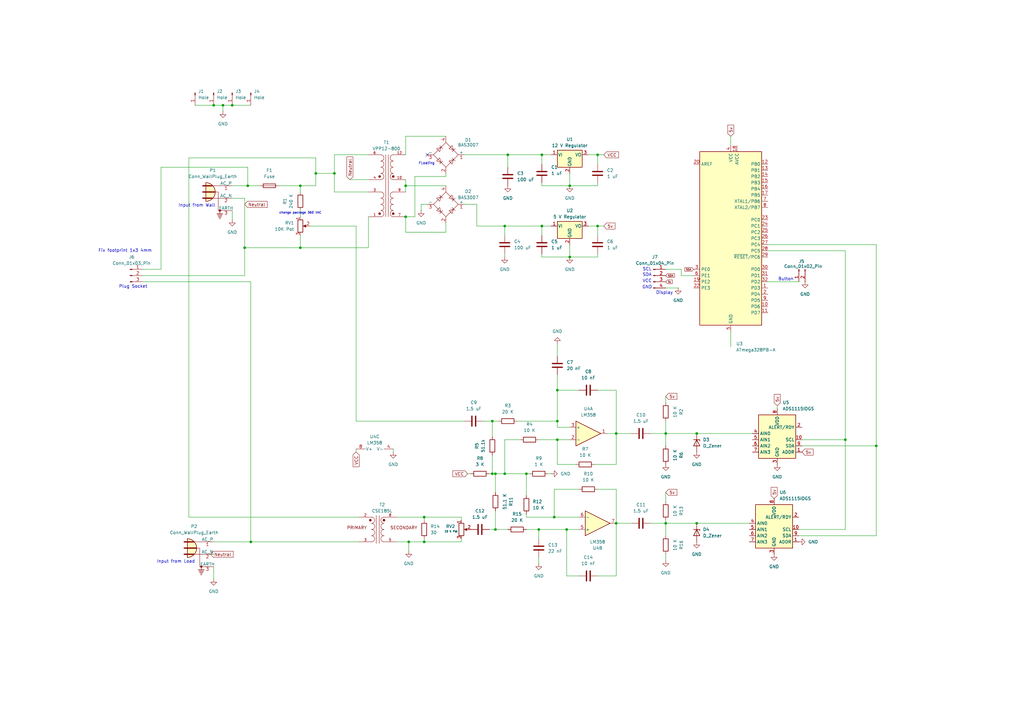
<source format=kicad_sch>
(kicad_sch (version 20231120) (generator "eeschema") (generator_version "8.0")
  (paper "A3")
  (lib_symbols
    (symbol "Amplifier_Operational:LM358" (pin_names (offset 0.127))
      (property "Reference" "U" (at 0 5.08 0))
      (property "Value" "LM358" (at 0 -5.08 0))
      (symbol "LM358_1_1"
        (pin output line (at 7.62 0 180) (length 2.54) (name "~") (number "1"))
        (pin input line (at -7.62 -2.54 0) (length 2.54) (name "-") (number "2"))
        (pin input line (at -7.62 2.54 0) (length 2.54) (name "+") (number "3"))
      )
      (symbol "LM358_2_1"
        (pin input line (at -7.62 2.54 0) (length 2.54) (name "+") (number "5"))
        (pin input line (at -7.62 -2.54 0) (length 2.54) (name "-") (number "6"))
        (pin output line (at 7.62 0 180) (length 2.54) (name "~") (number "7"))
      )
      (symbol "LM358_3_1"
        (pin power_in line (at -2.54 -7.62 90) (length 3.81) (name "V-") (number "4"))
        (pin power_in line (at -2.54 7.62 270) (length 3.81) (name "V+") (number "8"))
      )
    )
    (symbol "Analog_ADC:ADS1115IDGS"
      (property "Reference" "U" (at 2.54 13.97 0))
      (property "Value" "ADS1115IDGS" (at 7.62 11.43 0))
      (symbol "ADS1115IDGS_1_1"
        (pin input line (at 10.16 -5.08 180) (length 2.54) (name "ADDR") (number "1"))
        (pin input line (at 10.16 0 180) (length 2.54) (name "SCL") (number "10"))
        (pin output line (at 10.16 5.08 180) (length 2.54) (name "ALERT/RDY") (number "2"))
        (pin power_in line (at 0 -10.16 90) (length 2.54) (name "GND") (number "3"))
        (pin input line (at -10.16 2.54 0) (length 2.54) (name "AIN0") (number "4"))
        (pin input line (at -10.16 0 0) (length 2.54) (name "AIN1") (number "5"))
        (pin input line (at -10.16 -2.54 0) (length 2.54) (name "AIN2") (number "6"))
        (pin input line (at -10.16 -5.08 0) (length 2.54) (name "AIN3") (number "7"))
        (pin power_in line (at 0 12.7 270) (length 2.54) (name "VDD") (number "8"))
        (pin bidirectional line (at 10.16 -2.54 180) (length 2.54) (name "SDA") (number "9"))
      )
    )
    (symbol "CSE185L:CSE185L" (pin_names (offset 1.016))
      (property "Reference" "T" (at -5.0839 7.6279 0))
      (property "Value" "CSE185L" (at -5.0814 -7.6227 0))
      (symbol "CSE185L_0_0"
        (text "PRIMARY" (at -12.7 0 0) (effects (font (size 1.27 1.27)) (justify left bottom)))
        (text "SECONDARY" (at 5.08 0 0) (effects (font (size 1.27 1.27)) (justify left bottom)))
        (pin passive line (at -7.62 5.08 0) (length 5.08) (name "~") (number "2"))
        (pin passive line (at -7.62 -5.08 0) (length 5.08) (name "~") (number "3"))
        (pin passive line (at 7.62 -5.08 180) (length 5.08) (name "~") (number "5"))
        (pin passive line (at 7.62 5.08 180) (length 5.08) (name "~") (number "8"))
      )
    )
    (symbol "Connector:Conn_01x01_Pin" (pin_names (offset 1.016) hide)
      (property "Reference" "J" (at 0 2.54 0))
      (property "Value" "Conn_01x01_Pin" (at 0 -2.54 0))
      (symbol "Conn_01x01_Pin_1_1"
        (pin passive line (at 5.08 0 180) (length 3.81) (name "Pin_1") (number "1"))
      )
    )
    (symbol "Connector:Conn_01x02_Pin" (pin_names (offset 1.016) hide)
      (property "Reference" "J" (at 0 2.54 0))
      (property "Value" "Conn_01x02_Pin" (at 0 -5.08 0))
      (symbol "Conn_01x02_Pin_1_1"
        (pin passive line (at 5.08 0 180) (length 3.81) (name "Pin_1") (number "1"))
        (pin passive line (at 5.08 -2.54 180) (length 3.81) (name "Pin_2") (number "2"))
      )
    )
    (symbol "Connector:Conn_01x03_Pin" (pin_names (offset 1.016) hide)
      (property "Reference" "J" (at 0 5.08 0))
      (property "Value" "Conn_01x03_Pin" (at 0 -5.08 0))
      (symbol "Conn_01x03_Pin_1_1"
        (pin passive line (at 5.08 2.54 180) (length 3.81) (name "Pin_1") (number "1"))
        (pin passive line (at 5.08 0 180) (length 3.81) (name "Pin_2") (number "2"))
        (pin passive line (at 5.08 -2.54 180) (length 3.81) (name "Pin_3") (number "3"))
      )
    )
    (symbol "Connector:Conn_01x04_Pin" (pin_names (offset 1.016) hide)
      (property "Reference" "J" (at 0 5.08 0))
      (property "Value" "Conn_01x04_Pin" (at 0 -7.62 0))
      (symbol "Conn_01x04_Pin_1_1"
        (pin passive line (at 5.08 2.54 180) (length 3.81) (name "Pin_1") (number "1"))
        (pin passive line (at 5.08 0 180) (length 3.81) (name "Pin_2") (number "2"))
        (pin passive line (at 5.08 -2.54 180) (length 3.81) (name "Pin_3") (number "3"))
        (pin passive line (at 5.08 -5.08 180) (length 3.81) (name "Pin_4") (number "4"))
      )
    )
    (symbol "Connector:Conn_WallPlug_Earth" (pin_names (offset 0))
      (property "Reference" "P" (at 0 3.81 0))
      (property "Value" "Conn_WallPlug_Earth" (at -5.08 0 90))
      (symbol "Conn_WallPlug_Earth_1_1"
        (pin power_out line (at 7.62 2.54 180) (length 5.08) (name "AC_P") (number "1"))
        (pin power_out line (at 7.62 -2.54 180) (length 5.08) (name "AC_N") (number "2"))
        (pin passive line (at 7.62 -7.62 180) (length 5.08) (name "EARTH") (number "3"))
      )
    )
    (symbol "Device:C" (pin_numbers hide) (pin_names (offset 0.254))
      (property "Reference" "C" (at 0.635 2.54 0))
      (property "Value" "C" (at 0.635 -2.54 0))
      (symbol "C_1_1"
        (pin passive line (at 0 3.81 270) (length 2.794) (name "~") (number "1"))
        (pin passive line (at 0 -3.81 90) (length 2.794) (name "~") (number "2"))
      )
    )
    (symbol "Device:D_Zener" (pin_numbers hide) (pin_names (offset 1.016) hide)
      (property "Reference" "D" (at 0 2.54 0))
      (property "Value" "D_Zener" (at 0 -2.54 0))
      (symbol "D_Zener_1_1"
        (pin passive line (at -3.81 0 0) (length 2.54) (name "K") (number "1"))
        (pin passive line (at 3.81 0 180) (length 2.54) (name "A") (number "2"))
      )
    )
    (symbol "Device:Fuse" (pin_numbers hide) (pin_names (offset 0))
      (property "Reference" "F" (at 2.032 0 90))
      (property "Value" "Fuse" (at -1.905 0 90))
      (symbol "Fuse_1_1"
        (pin passive line (at 0 3.81 270) (length 1.27) (name "~") (number "1"))
        (pin passive line (at 0 -3.81 90) (length 1.27) (name "~") (number "2"))
      )
    )
    (symbol "Device:R" (pin_numbers hide) (pin_names (offset 0))
      (property "Reference" "R" (at 2.032 0 90))
      (property "Value" "R" (at 0 0 90))
      (symbol "R_1_1"
        (pin passive line (at 0 3.81 270) (length 1.27) (name "~") (number "1"))
        (pin passive line (at 0 -3.81 90) (length 1.27) (name "~") (number "2"))
      )
    )
    (symbol "Device:R_Potentiometer" (pin_names (offset 1.016) hide)
      (property "Reference" "RV" (at -4.445 0 90))
      (property "Value" "R_Potentiometer" (at -2.54 0 90))
      (symbol "R_Potentiometer_1_1"
        (pin passive line (at 0 3.81 270) (length 1.27) (name "1") (number "1"))
        (pin passive line (at 3.81 0 180) (length 1.27) (name "2") (number "2"))
        (pin passive line (at 0 -3.81 90) (length 1.27) (name "3") (number "3"))
      )
    )
    (symbol "Diode_Bridge:W04G" (pin_names (offset 0))
      (property "Reference" "D" (at 2.54 6.985 0))
      (property "Value" "W04G" (at 2.54 5.08 0))
      (symbol "W04G_1_1"
        (pin passive line (at 7.62 0 180) (length 2.54) (name "+") (number "1"))
        (pin passive line (at 0 -7.62 90) (length 2.54) (name "~") (number "2"))
        (pin passive line (at -7.62 0 0) (length 2.54) (name "-") (number "3"))
        (pin passive line (at 0 7.62 270) (length 2.54) (name "~") (number "4"))
      )
    )
    (symbol "MCU_Microchip_ATmega:ATmega328PB-A"
      (property "Reference" "U" (at -12.7 36.83 0))
      (property "Value" "ATmega328PB-A" (at 2.54 -36.83 0))
      (symbol "ATmega328PB-A_1_1"
        (pin bidirectional line (at 15.24 -20.32 180) (length 2.54) (name "PD3") (number "1"))
        (pin bidirectional line (at 15.24 -27.94 180) (length 2.54) (name "PD6") (number "10"))
        (pin bidirectional line (at 15.24 -30.48 180) (length 2.54) (name "PD7") (number "11"))
        (pin bidirectional line (at 15.24 30.48 180) (length 2.54) (name "PB0") (number "12"))
        (pin bidirectional line (at 15.24 27.94 180) (length 2.54) (name "PB1") (number "13"))
        (pin bidirectional line (at 15.24 25.4 180) (length 2.54) (name "PB2") (number "14"))
        (pin bidirectional line (at 15.24 22.86 180) (length 2.54) (name "PB3") (number "15"))
        (pin bidirectional line (at 15.24 20.32 180) (length 2.54) (name "PB4") (number "16"))
        (pin bidirectional line (at 15.24 17.78 180) (length 2.54) (name "PB5") (number "17"))
        (pin power_in line (at 2.54 38.1 270) (length 2.54) (name "AVCC") (number "18"))
        (pin bidirectional line (at -15.24 -17.78 0) (length 2.54) (name "PE2") (number "19"))
        (pin bidirectional line (at 15.24 -22.86 180) (length 2.54) (name "PD4") (number "2"))
        (pin passive line (at -15.24 30.48 0) (length 2.54) (name "AREF") (number "20"))
        (pin passive line (at 0 -38.1 90) (length 2.54) hide (name "GND") (number "21"))
        (pin bidirectional line (at -15.24 -20.32 0) (length 2.54) (name "PE3") (number "22"))
        (pin bidirectional line (at 15.24 7.62 180) (length 2.54) (name "PC0") (number "23"))
        (pin bidirectional line (at 15.24 5.08 180) (length 2.54) (name "PC1") (number "24"))
        (pin bidirectional line (at 15.24 2.54 180) (length 2.54) (name "PC2") (number "25"))
        (pin bidirectional line (at 15.24 0 180) (length 2.54) (name "PC3") (number "26"))
        (pin bidirectional line (at 15.24 -2.54 180) (length 2.54) (name "PC4") (number "27"))
        (pin bidirectional line (at 15.24 -5.08 180) (length 2.54) (name "PC5") (number "28"))
        (pin bidirectional line (at 15.24 -7.62 180) (length 2.54) (name "~{RESET}/PC6") (number "29"))
        (pin bidirectional line (at -15.24 -12.7 0) (length 2.54) (name "PE0") (number "3"))
        (pin bidirectional line (at 15.24 -12.7 180) (length 2.54) (name "PD0") (number "30"))
        (pin bidirectional line (at 15.24 -15.24 180) (length 2.54) (name "PD1") (number "31"))
        (pin bidirectional line (at 15.24 -17.78 180) (length 2.54) (name "PD2") (number "32"))
        (pin power_in line (at 0 38.1 270) (length 2.54) (name "VCC") (number "4"))
        (pin power_in line (at 0 -38.1 90) (length 2.54) (name "GND") (number "5"))
        (pin bidirectional line (at -15.24 -15.24 0) (length 2.54) (name "PE1") (number "6"))
        (pin bidirectional line (at 15.24 15.24 180) (length 2.54) (name "XTAL1/PB6") (number "7"))
        (pin bidirectional line (at 15.24 12.7 180) (length 2.54) (name "XTAL2/PB7") (number "8"))
        (pin bidirectional line (at 15.24 -25.4 180) (length 2.54) (name "PD5") (number "9"))
      )
    )
    (symbol "Regulator_Linear:LF15_TO220" (pin_names (offset 0.254))
      (property "Reference" "U" (at -3.81 3.175 0))
      (property "Value" "LF15_TO220" (at 0 3.175 0))
      (symbol "LF15_TO220_1_1"
        (pin power_in line (at -7.62 0 0) (length 2.54) (name "VI") (number "1"))
        (pin power_in line (at 0 -7.62 90) (length 2.54) (name "GND") (number "2"))
        (pin power_out line (at 7.62 0 180) (length 2.54) (name "VO") (number "3"))
      )
    )
    (symbol "VPP12-800:VPP12-800" (pin_names (offset 1.016))
      (property "Reference" "T" (at -5.0839 15.2479 0))
      (property "Value" "VPP12-800" (at -5.0814 -17.7827 0))
      (symbol "VPP12-800_0_0"
        (pin passive line (at -7.62 -12.7 0) (length 5.08) (name "~") (number "1"))
        (pin passive line (at 7.62 2.54 180) (length 5.08) (name "~") (number "10"))
        (pin passive line (at 7.62 12.7 180) (length 5.08) (name "~") (number "12"))
        (pin passive line (at -7.62 -2.54 0) (length 5.08) (name "~") (number "3"))
        (pin passive line (at -7.62 2.54 0) (length 5.08) (name "~") (number "4"))
        (pin passive line (at -7.62 12.7 0) (length 5.08) (name "~") (number "6"))
        (pin passive line (at 7.62 -12.7 180) (length 5.08) (name "~") (number "7"))
        (pin passive line (at 7.62 -2.54 180) (length 5.08) (name "~") (number "9"))
      )
    )
    (symbol "power:GND" (power) (pin_numbers hide) (pin_names (offset 0) hide)
      (property "Value" "GND" (at 0 -3.81 0))
      (symbol "GND_1_1"
        (pin power_in line (at 0 0 270) (length 0) (name "~") (number "1"))
      )
    )
  )
  (junction (at 201.93 194.31))
  (junction (at 201.93 172.72))
  (junction (at 100.33 101.6))
  (junction (at 208.28 63.5))
  (junction (at 123.19 101.6))
  (junction (at 222.25 63.5))
  (junction (at 137.16 71.12))
  (junction (at 220.98 217.17))
  (junction (at 228.6 180.34))
  (junction (at 359.41 182.88))
  (junction (at 102.87 222.25))
  (junction (at 129.54 71.12))
  (junction (at 273.05 214.63))
  (junction (at 207.01 194.31))
  (junction (at 273.05 177.8))
  (junction (at 166.37 88.9))
  (junction (at 101.6 76.2))
  (junction (at 228.6 172.72))
  (junction (at 173.99 212.09))
  (junction (at 87.63 43.18))
  (junction (at 252.73 177.8))
  (junction (at 123.19 76.2))
  (junction (at 245.11 63.5))
  (junction (at 203.2 217.17))
  (junction (at 207.01 92.71))
  (junction (at 285.75 177.8))
  (junction (at 167.64 222.25))
  (junction (at 203.2 194.31))
  (junction (at 232.41 217.17))
  (junction (at 233.68 105.41))
  (junction (at 285.75 214.63))
  (junction (at 227.33 212.09))
  (junction (at 166.37 76.2))
  (junction (at 245.11 92.71))
  (junction (at 95.25 43.18))
  (junction (at 228.6 160.02))
  (junction (at 215.9 194.31))
  (junction (at 233.68 76.2))
  (junction (at 252.73 214.63))
  (junction (at 173.99 222.25))
  (junction (at 346.71 180.34))
  (junction (at 91.44 43.18))
  (junction (at 222.25 92.71))
  (no_connect (at 175.26 63.5))
  (wire (pts (xy 243.84 190.5) (xy 252.73 190.5)))
  (wire (pts (xy 299.72 55.88) (xy 299.72 59.69)))
  (wire (pts (xy 207.01 194.31) (xy 207.01 180.34)))
  (wire (pts (xy 166.37 63.5) (xy 166.37 55.88)))
  (wire (pts (xy 172.72 83.82) (xy 172.72 86.36)))
  (wire (pts (xy 102.87 115.57) (xy 58.42 115.57)))
  (wire (pts (xy 232.41 217.17) (xy 232.41 236.22)))
  (wire (pts (xy 129.54 76.2) (xy 129.54 71.12)))
  (wire (pts (xy 273.05 172.72) (xy 273.05 177.8)))
  (wire (pts (xy 359.41 100.33) (xy 359.41 182.88)))
  (wire (pts (xy 66.04 68.58) (xy 66.04 110.49)))
  (wire (pts (xy 143.51 73.66) (xy 151.13 73.66)))
  (wire (pts (xy 166.37 95.25) (xy 182.88 95.25)))
  (wire (pts (xy 346.71 180.34) (xy 328.93 180.34)))
  (wire (pts (xy 166.37 55.88) (xy 182.88 55.88)))
  (wire (pts (xy 201.93 172.72) (xy 204.47 172.72)))
  (wire (pts (xy 222.25 92.71) (xy 226.06 92.71)))
  (wire (pts (xy 189.23 220.98) (xy 189.23 222.25)))
  (wire (pts (xy 252.73 190.5) (xy 252.73 177.8)))
  (wire (pts (xy 173.99 212.09) (xy 189.23 212.09)))
  (wire (pts (xy 195.58 92.71) (xy 207.01 92.71)))
  (wire (pts (xy 222.25 63.5) (xy 226.06 63.5)))
  (wire (pts (xy 220.98 217.17) (xy 220.98 220.98)))
  (wire (pts (xy 201.93 194.31) (xy 203.2 194.31)))
  (wire (pts (xy 102.87 222.25) (xy 102.87 115.57)))
  (wire (pts (xy 346.71 102.87) (xy 314.96 102.87)))
  (wire (pts (xy 228.6 172.72) (xy 228.6 175.26)))
  (wire (pts (xy 127 92.71) (xy 146.05 92.71)))
  (wire (pts (xy 207.01 96.52) (xy 207.01 92.71)))
  (wire (pts (xy 273.05 177.8) (xy 285.75 177.8)))
  (wire (pts (xy 151.13 78.74) (xy 137.16 78.74)))
  (wire (pts (xy 190.5 83.82) (xy 195.58 83.82)))
  (wire (pts (xy 100.33 101.6) (xy 123.19 101.6)))
  (wire (pts (xy 175.26 83.82) (xy 172.72 83.82)))
  (wire (pts (xy 215.9 212.09) (xy 215.9 210.82)))
  (wire (pts (xy 58.42 110.49) (xy 66.04 110.49)))
  (wire (pts (xy 327.66 219.71) (xy 359.41 219.71)))
  (wire (pts (xy 123.19 76.2) (xy 129.54 76.2)))
  (wire (pts (xy 346.71 102.87) (xy 346.71 180.34)))
  (wire (pts (xy 200.66 194.31) (xy 201.93 194.31)))
  (wire (pts (xy 227.33 200.66) (xy 237.49 200.66)))
  (wire (pts (xy 200.66 217.17) (xy 203.2 217.17)))
  (wire (pts (xy 146.05 185.42) (xy 146.05 184.15)))
  (wire (pts (xy 273.05 177.8) (xy 273.05 182.88)))
  (wire (pts (xy 166.37 95.25) (xy 166.37 88.9)))
  (wire (pts (xy 273.05 227.33) (xy 273.05 229.87)))
  (wire (pts (xy 203.2 209.55) (xy 203.2 217.17)))
  (wire (pts (xy 95.25 76.2) (xy 101.6 76.2)))
  (wire (pts (xy 87.63 222.25) (xy 102.87 222.25)))
  (wire (pts (xy 252.73 214.63) (xy 259.08 214.63)))
  (wire (pts (xy 161.29 184.15) (xy 161.29 185.42)))
  (wire (pts (xy 222.25 63.5) (xy 222.25 67.31)))
  (wire (pts (xy 245.11 76.2) (xy 245.11 74.93)))
  (wire (pts (xy 101.6 76.2) (xy 101.6 68.58)))
  (wire (pts (xy 278.13 118.11) (xy 273.05 118.11)))
  (wire (pts (xy 166.37 73.66) (xy 166.37 76.2)))
  (wire (pts (xy 137.16 63.5) (xy 151.13 63.5)))
  (wire (pts (xy 245.11 105.41) (xy 245.11 104.14)))
  (wire (pts (xy 146.05 92.71) (xy 146.05 172.72)))
  (wire (pts (xy 273.05 110.49) (xy 279.4 110.49)))
  (wire (pts (xy 227.33 212.09) (xy 227.33 200.66)))
  (wire (pts (xy 215.9 212.09) (xy 227.33 212.09)))
  (wire (pts (xy 189.23 212.09) (xy 189.23 213.36)))
  (wire (pts (xy 123.19 76.2) (xy 123.19 78.74)))
  (wire (pts (xy 166.37 88.9) (xy 170.18 88.9)))
  (wire (pts (xy 273.05 213.36) (xy 273.05 214.63)))
  (wire (pts (xy 91.44 43.18) (xy 95.25 43.18)))
  (wire (pts (xy 266.7 177.8) (xy 273.05 177.8)))
  (wire (pts (xy 328.93 182.88) (xy 359.41 182.88)))
  (wire (pts (xy 314.96 115.57) (xy 327.66 115.57)))
  (wire (pts (xy 245.11 200.66) (xy 252.73 200.66)))
  (wire (pts (xy 247.65 92.71) (xy 245.11 92.71)))
  (wire (pts (xy 327.66 217.17) (xy 346.71 217.17)))
  (wire (pts (xy 228.6 153.67) (xy 228.6 160.02)))
  (wire (pts (xy 203.2 194.31) (xy 207.01 194.31)))
  (wire (pts (xy 232.41 236.22) (xy 237.49 236.22)))
  (wire (pts (xy 129.54 71.12) (xy 129.54 64.77)))
  (wire (pts (xy 233.68 105.41) (xy 245.11 105.41)))
  (wire (pts (xy 190.5 63.5) (xy 208.28 63.5)))
  (wire (pts (xy 273.05 214.63) (xy 285.75 214.63)))
  (wire (pts (xy 100.33 101.6) (xy 100.33 113.03)))
  (wire (pts (xy 203.2 194.31) (xy 203.2 201.93)))
  (wire (pts (xy 95.25 43.18) (xy 102.87 43.18)))
  (wire (pts (xy 222.25 74.93) (xy 222.25 76.2)))
  (wire (pts (xy 233.68 100.33) (xy 233.68 105.41)))
  (wire (pts (xy 123.19 101.6) (xy 151.13 101.6)))
  (wire (pts (xy 220.98 180.34) (xy 228.6 180.34)))
  (wire (pts (xy 228.6 180.34) (xy 233.68 180.34)))
  (wire (pts (xy 222.25 105.41) (xy 222.25 104.14)))
  (wire (pts (xy 232.41 217.17) (xy 237.49 217.17)))
  (wire (pts (xy 220.98 231.14) (xy 220.98 228.6)))
  (wire (pts (xy 80.01 43.18) (xy 87.63 43.18)))
  (wire (pts (xy 233.68 76.2) (xy 245.11 76.2)))
  (wire (pts (xy 170.18 72.39) (xy 182.88 72.39)))
  (wire (pts (xy 95.25 81.28) (xy 100.33 81.28)))
  (wire (pts (xy 273.05 201.93) (xy 273.05 205.74)))
  (wire (pts (xy 224.79 194.31) (xy 226.06 194.31)))
  (wire (pts (xy 245.11 92.71) (xy 241.3 92.71)))
  (wire (pts (xy 346.71 217.17) (xy 346.71 180.34)))
  (wire (pts (xy 217.17 194.31) (xy 215.9 194.31)))
  (wire (pts (xy 245.11 92.71) (xy 245.11 96.52)))
  (wire (pts (xy 203.2 217.17) (xy 208.28 217.17)))
  (wire (pts (xy 166.37 76.2) (xy 166.37 78.74)))
  (wire (pts (xy 87.63 43.18) (xy 91.44 43.18)))
  (wire (pts (xy 252.73 177.8) (xy 259.08 177.8)))
  (wire (pts (xy 222.25 92.71) (xy 222.25 96.52)))
  (wire (pts (xy 189.23 222.25) (xy 173.99 222.25)))
  (wire (pts (xy 101.6 76.2) (xy 106.68 76.2)))
  (wire (pts (xy 266.7 214.63) (xy 273.05 214.63)))
  (wire (pts (xy 123.19 86.36) (xy 123.19 88.9)))
  (wire (pts (xy 167.64 222.25) (xy 167.64 226.06)))
  (wire (pts (xy 215.9 217.17) (xy 220.98 217.17)))
  (wire (pts (xy 198.12 172.72) (xy 201.93 172.72)))
  (wire (pts (xy 273.05 214.63) (xy 273.05 219.71)))
  (wire (pts (xy 245.11 236.22) (xy 252.73 236.22)))
  (wire (pts (xy 102.87 222.25) (xy 147.32 222.25)))
  (wire (pts (xy 228.6 180.34) (xy 228.6 190.5)))
  (wire (pts (xy 114.3 76.2) (xy 123.19 76.2)))
  (wire (pts (xy 182.88 72.39) (xy 182.88 71.12)))
  (wire (pts (xy 245.11 67.31) (xy 245.11 63.5)))
  (wire (pts (xy 212.09 172.72) (xy 228.6 172.72)))
  (wire (pts (xy 228.6 160.02) (xy 237.49 160.02)))
  (wire (pts (xy 173.99 212.09) (xy 173.99 213.36)))
  (wire (pts (xy 100.33 81.28) (xy 100.33 101.6)))
  (wire (pts (xy 100.33 113.03) (xy 58.42 113.03)))
  (wire (pts (xy 123.19 96.52) (xy 123.19 101.6)))
  (wire (pts (xy 129.54 71.12) (xy 137.16 71.12)))
  (wire (pts (xy 182.88 95.25) (xy 182.88 91.44)))
  (wire (pts (xy 208.28 63.5) (xy 208.28 68.58)))
  (wire (pts (xy 162.56 212.09) (xy 173.99 212.09)))
  (wire (pts (xy 245.11 63.5) (xy 247.65 63.5)))
  (wire (pts (xy 207.01 92.71) (xy 222.25 92.71)))
  (wire (pts (xy 252.73 214.63) (xy 252.73 236.22)))
  (wire (pts (xy 233.68 175.26) (xy 228.6 175.26)))
  (wire (pts (xy 359.41 100.33) (xy 314.96 100.33)))
  (wire (pts (xy 208.28 63.5) (xy 222.25 63.5)))
  (wire (pts (xy 87.63 232.41) (xy 87.63 237.49)))
  (wire (pts (xy 95.25 86.36) (xy 95.25 90.17)))
  (wire (pts (xy 222.25 105.41) (xy 233.68 105.41)))
  (wire (pts (xy 233.68 71.12) (xy 233.68 76.2)))
  (wire (pts (xy 273.05 162.56) (xy 273.05 165.1)))
  (wire (pts (xy 91.44 43.18) (xy 91.44 45.72)))
  (wire (pts (xy 359.41 219.71) (xy 359.41 182.88)))
  (wire (pts (xy 167.64 222.25) (xy 162.56 222.25)))
  (wire (pts (xy 166.37 76.2) (xy 182.88 76.2)))
  (wire (pts (xy 285.75 214.63) (xy 307.34 214.63)))
  (wire (pts (xy 220.98 217.17) (xy 232.41 217.17)))
  (wire (pts (xy 129.54 64.77) (xy 77.47 64.77)))
  (wire (pts (xy 207.01 180.34) (xy 213.36 180.34)))
  (wire (pts (xy 279.4 110.49) (xy 279.4 113.03)))
  (wire (pts (xy 137.16 78.74) (xy 137.16 71.12)))
  (wire (pts (xy 215.9 194.31) (xy 215.9 203.2)))
  (wire (pts (xy 252.73 177.8) (xy 252.73 160.02)))
  (wire (pts (xy 201.93 172.72) (xy 201.93 179.07)))
  (wire (pts (xy 252.73 200.66) (xy 252.73 214.63)))
  (wire (pts (xy 87.63 227.33) (xy 86.36 227.33)))
  (wire (pts (xy 207.01 194.31) (xy 215.9 194.31)))
  (wire (pts (xy 191.77 194.31) (xy 193.04 194.31)))
  (wire (pts (xy 285.75 177.8) (xy 308.61 177.8)))
  (wire (pts (xy 252.73 160.02) (xy 245.11 160.02)))
  (wire (pts (xy 101.6 68.58) (xy 66.04 68.58)))
  (wire (pts (xy 173.99 222.25) (xy 167.64 222.25)))
  (wire (pts (xy 222.25 76.2) (xy 233.68 76.2)))
  (wire (pts (xy 151.13 101.6) (xy 151.13 88.9)))
  (wire (pts (xy 173.99 220.98) (xy 173.99 222.25)))
  (wire (pts (xy 227.33 212.09) (xy 237.49 212.09)))
  (wire (pts (xy 228.6 140.97) (xy 228.6 146.05)))
  (wire (pts (xy 201.93 186.69) (xy 201.93 194.31)))
  (wire (pts (xy 228.6 190.5) (xy 236.22 190.5)))
  (wire (pts (xy 252.73 177.8) (xy 248.92 177.8)))
  (wire (pts (xy 137.16 71.12) (xy 137.16 63.5)))
  (wire (pts (xy 77.47 212.09) (xy 147.32 212.09)))
  (wire (pts (xy 146.05 172.72) (xy 190.5 172.72)))
  (wire (pts (xy 318.77 166.37) (xy 318.77 167.64)))
  (wire (pts (xy 170.18 88.9) (xy 170.18 72.39)))
  (wire (pts (xy 195.58 83.82) (xy 195.58 92.71)))
  (wire (pts (xy 207.01 105.41) (xy 207.01 104.14)))
  (wire (pts (xy 228.6 160.02) (xy 228.6 172.72)))
  (wire (pts (xy 245.11 63.5) (xy 241.3 63.5)))
  (wire (pts (xy 77.47 64.77) (xy 77.47 212.09)))
  (wire (pts (xy 299.72 142.24) (xy 299.72 135.89)))
  (wire (pts (xy 279.4 113.03) (xy 284.48 113.03)))
  (text "SDA\n" (at 265.43 112.776 0) (effects (font (size 1.27 1.27))))
  (text "change package 360 VAC" (at 123.19 87.376 0) (effects (font (size 0.889 0.889))))
  (text "Plug Socket\n" (at 54.61 117.602 0) (effects (font (size 1.27 1.27))))
  (text "Button" (at 322.326 114.554 0) (effects (font (size 1.27 1.27))))
  (text "SCL\n" (at 265.43 110.49 0) (effects (font (size 1.27 1.27))))
  (text "Input from Wall" (at 80.772 84.328 0) (effects (font (size 1.27 1.27))))
  (text "VCC\n" (at 265.43 115.316 0) (effects (font (size 1.27 1.27))))
  (text "GND\n" (at 265.43 117.856 0) (effects (font (size 1.27 1.27))))
  (text "FLoating\n" (at 175.006 67.056 0) (effects (font (size 1.016 1.016))))
  (text "Fix footprint 1x3 4mm\n" (at 51.308 102.87 0) (effects (font (size 1.27 1.27))))
  (text "Display\n" (at 272.542 120.142 0) (effects (font (size 1.27 1.27))))
  (text "Input from Load\n" (at 72.136 230.378 0) (effects (font (size 1.27 1.27))))
  (global_label "5v" (shape input) (at 318.77 166.37 90) (property "Intersheetrefs" "${INTERSHEET_REFS}" (effects (hide yes))))
  (global_label "SDA" (shape input) (at 273.05 113.03 0) (effects (font (size 0.762 0.762))) (property "Intersheetrefs" "${INTERSHEET_REFS}" (effects (hide yes))))
  (global_label "5v" (shape input) (at 328.93 185.42 0) (property "Intersheetrefs" "${INTERSHEET_REFS}" (effects (hide yes))))
  (global_label "Neutral" (shape input) (at 100.33 83.82 0) (property "Intersheetrefs" "${INTERSHEET_REFS}" (effects (hide yes))))
  (global_label "5v" (shape input) (at 247.65 92.71 0) (property "Intersheetrefs" "${INTERSHEET_REFS}" (effects (hide yes))))
  (global_label "Neutral" (shape input) (at 86.36 227.33 0) (property "Intersheetrefs" "${INTERSHEET_REFS}" (effects (hide yes))))
  (global_label "VCC" (shape input) (at 191.77 194.31 180) (property "Intersheetrefs" "${INTERSHEET_REFS}" (effects (hide yes))))
  (global_label "VCC" (shape input) (at 247.65 63.5 0) (property "Intersheetrefs" "${INTERSHEET_REFS}" (effects (hide yes))))
  (global_label "SDA" (shape input) (at 284.48 110.49 180) (effects (font (size 0.762 0.762))) (property "Intersheetrefs" "${INTERSHEET_REFS}" (effects (hide yes))))
  (global_label "Neutral" (shape input) (at 143.51 73.66 90) (property "Intersheetrefs" "${INTERSHEET_REFS}" (effects (hide yes))))
  (global_label "5v" (shape input) (at 299.72 55.88 90) (property "Intersheetrefs" "${INTERSHEET_REFS}" (effects (hide yes))))
  (global_label "5v" (shape input) (at 317.5 204.47 90) (property "Intersheetrefs" "${INTERSHEET_REFS}" (effects (hide yes))))
  (global_label "5v" (shape input) (at 273.05 201.93 0) (property "Intersheetrefs" "${INTERSHEET_REFS}" (effects (hide yes))))
  (global_label "VCC" (shape input) (at 146.05 185.42 270) (property "Intersheetrefs" "${INTERSHEET_REFS}" (effects (hide yes))))
  (global_label "5v" (shape input) (at 273.05 162.56 0) (property "Intersheetrefs" "${INTERSHEET_REFS}" (effects (hide yes))))
  (global_label "5v" (shape input) (at 273.05 115.57 0) (effects (font (size 0.762 0.762))) (property "Intersheetrefs" "${INTERSHEET_REFS}" (effects (hide yes))))
  (symbol (lib_id "power:GND") (at 161.29 185.42 0) (unit 1)
    (property "Reference" "#PWR011" (effects (hide yes)))
    (property "Value" "GND" (at 161.29 190.5 0))
    (property "Description" "Power symbol creates a global label with name \"GND\" , ground" (effects (hide yes)))
  )
  (symbol (lib_id "Connector:Conn_01x01_Pin") (at 95.25 38.1 270) (unit 1)
    (property "Reference" "J3" (at 96.52 37.4649 90) (effects (justify left)))
    (property "Value" "Hole" (at 96.52 40.0049 90) (effects (justify left)))
    (property "Footprint" "Connector_Wire:SolderWire-2sqmm_1x01_D2mm_OD3.9mm" (effects (hide yes)))
    (property "Description" "Generic connector, single row, 01x01, script generated" (effects (hide yes)))
  )
  (symbol (lib_id "Device:Fuse") (at 110.49 76.2 90) (unit 1)
    (property "Reference" "F1" (at 110.49 69.85 90))
    (property "Value" "Fuse" (at 110.49 72.39 90))
    (property "Footprint" "Fuse:Fuseholder_Keystone_3555-2" (effects (hide yes)))
    (property "Description" "Fuse" (effects (hide yes)))
  )
  (symbol (lib_id "Connector:Conn_01x01_Pin") (at 102.87 38.1 270) (unit 1)
    (property "Reference" "J4" (at 104.14 37.4649 90) (effects (justify left)))
    (property "Value" "Hole" (at 104.14 40.0049 90) (effects (justify left)))
    (property "Footprint" "Connector_Wire:SolderWire-2sqmm_1x01_D2mm_OD3.9mm" (effects (hide yes)))
    (property "Description" "Generic connector, single row, 01x01, script generated" (effects (hide yes)))
  )
  (symbol (lib_id "CSE185L:CSE185L") (at 154.94 217.17 0) (unit 1)
    (property "Reference" "T2" (at 156.7445 207.01 0))
    (property "Value" "CSE185L" (at 156.7445 209.55 0))
    (property "Footprint" "Custom Transformers:XFMR_CSE185L" (effects (hide yes)))
    (property "PARTREV" "N/A" (effects (hide yes)))
    (property "MANUFACTURER" "TRIAD" (effects (hide yes)))
    (property "STANDARD" "Manufacturer Recommendation" (effects (hide yes)))
  )
  (symbol (lib_id "Device:R") (at 208.28 172.72 90) (unit 1)
    (property "Reference" "R3" (at 208.28 166.37 90))
    (property "Value" "20 K" (at 208.28 168.91 90))
    (property "Footprint" "Resistor_SMD:R_0603_1608Metric" (effects (hide yes)))
    (property "Description" "Resistor" (effects (hide yes)))
  )
  (symbol (lib_id "Diode_Bridge:W04G") (at 182.88 63.5 0) (unit 1)
    (property "Reference" "D1" (at 192.024 57.404 0))
    (property "Value" "BAS3007" (at 192.024 59.436 0))
    (property "Footprint" "Package_TO_SOT_SMD:SOT-143" (effects (hide yes)))
    (property "Datasheet" "https://www.vishay.com/docs/88769/woo5g.pdf" (effects (hide yes)))
    (property "Description" "Glass Passivated Single-Phase Bridge Rectifier, 280V Vrms, 1.5A If, WOG package" (effects (hide yes)))
  )
  (symbol (lib_id "Connector:Conn_01x01_Pin") (at 80.01 38.1 270) (unit 1)
    (property "Reference" "J1" (at 81.28 37.4649 90) (effects (justify left)))
    (property "Value" "Hole" (at 81.28 40.0049 90) (effects (justify left)))
    (property "Footprint" "Connector_Wire:SolderWire-2sqmm_1x01_D2mm_OD3.9mm" (effects (hide yes)))
    (property "Description" "Generic connector, single row, 01x01, script generated" (effects (hide yes)))
  )
  (symbol (lib_id "Device:C") (at 222.25 71.12 0) (unit 1)
    (property "Reference" "C1" (at 226.06 68.5799 0) (effects (justify left)))
    (property "Value" "1 uF" (at 226.06 71.1199 0) (effects (justify left)))
    (property "Footprint" "Capacitor_SMD:C_0805_2012Metric_Pad1.18x1.45mm_HandSolder" (effects (hide yes)))
    (property "Description" "Unpolarized capacitor" (effects (hide yes)))
  )
  (symbol (lib_id "Analog_ADC:ADS1115IDGS") (at 318.77 180.34 0) (unit 1)
    (property "Reference" "U5" (at 320.9641 165.1 0) (effects (justify left)))
    (property "Value" "ADS1115IDGS" (at 320.9641 167.64 0) (effects (justify left)))
    (property "Footprint" "Package_SO:TSSOP-10_3x3mm_P0.5mm" (effects (hide yes)))
    (property "Datasheet" "http://www.ti.com/lit/ds/symlink/ads1113.pdf" (effects (hide yes)))
    (property "Description" "Ultra-Small, Low-Power, I2C-Compatible, 860-SPS, 16-Bit ADCs With Internal Reference, Oscillator, and Programmable Comparator, VSSOP-10" (effects (hide yes)))
  )
  (symbol (lib_id "power:GND") (at 285.75 222.25 0) (unit 1)
    (property "Reference" "#PWR016" (effects (hide yes)))
    (property "Value" "GND" (at 285.75 227.33 0))
    (property "Description" "Power symbol creates a global label with name \"GND\" , ground" (effects (hide yes)))
  )
  (symbol (lib_id "power:GND") (at 95.25 90.17 0) (unit 1)
    (property "Reference" "#PWR05" (effects (hide yes)))
    (property "Value" "GND" (at 95.25 95.25 0))
    (property "Description" "Power symbol creates a global label with name \"GND\" , ground" (effects (hide yes)))
  )
  (symbol (lib_id "Regulator_Linear:LF15_TO220") (at 233.68 92.71 0) (unit 1)
    (property "Reference" "U2" (at 233.68 86.36 0))
    (property "Value" "5 V Regulator" (at 233.68 88.9 0))
    (property "Footprint" "Package_TO_SOT_THT:TO-220-3_Vertical" (effects (hide yes)))
    (property "Datasheet" "http://www.st.com/content/ccc/resource/technical/document/datasheet/c4/0e/7e/2a/be/bc/4c/bd/CD00000546.pdf/files/CD00000546.pdf/jcr:content/translations/en.CD00000546.pdf" (effects (hide yes)))
    (property "Description" "Low-drop Voltage Regulator, Io up to 500mA, Fixed Vo 1.5V, TO-220" (effects (hide yes)))
  )
  (symbol (lib_id "power:GND") (at 273.05 229.87 0) (unit 1)
    (property "Reference" "#PWR020" (effects (hide yes)))
    (property "Value" "GND" (at 273.05 234.95 0))
    (property "Description" "Power symbol creates a global label with name \"GND\" , ground" (effects (hide yes)))
  )
  (symbol (lib_id "Connector:Conn_01x01_Pin") (at 87.63 38.1 270) (unit 1)
    (property "Reference" "J2" (at 88.9 37.4649 90) (effects (justify left)))
    (property "Value" "Hole" (at 88.9 40.0049 90) (effects (justify left)))
    (property "Footprint" "Connector_Wire:SolderWire-2sqmm_1x01_D2mm_OD3.9mm" (effects (hide yes)))
    (property "Description" "Generic connector, single row, 01x01, script generated" (effects (hide yes)))
  )
  (symbol (lib_id "Device:C") (at 207.01 100.33 0) (unit 1)
    (property "Reference" "C4" (at 210.82 99.0599 0) (effects (justify left)))
    (property "Value" "100 uF" (at 210.82 101.5999 0) (effects (justify left)))
    (property "Footprint" "Capacitor_THT:CP_Radial_D10.0mm_P5.00mm" (effects (hide yes)))
    (property "Description" "Unpolarized capacitor" (effects (hide yes)))
  )
  (symbol (lib_id "Device:C") (at 208.28 72.39 0) (unit 1)
    (property "Reference" "C3" (at 212.09 71.1199 0) (effects (justify left)))
    (property "Value" "100 uF" (at 212.09 73.6599 0) (effects (justify left)))
    (property "Footprint" "Capacitor_THT:CP_Radial_D10.0mm_P5.00mm" (effects (hide yes)))
    (property "Description" "Unpolarized capacitor" (effects (hide yes)))
  )
  (symbol (lib_id "power:GND") (at 327.66 222.25 90) (unit 1)
    (property "Reference" "#PWR017" (effects (hide yes)))
    (property "Value" "GND" (at 331.47 222.2499 90) (effects (justify right)))
    (property "Description" "Power symbol creates a global label with name \"GND\" , ground" (effects (hide yes)))
  )
  (symbol (lib_id "Device:R") (at 273.05 209.55 0) (unit 1)
    (property "Reference" "R13" (at 279.4 209.55 90))
    (property "Value" "10 K" (at 276.86 209.55 90))
    (property "Footprint" "Resistor_SMD:R_0603_1608Metric" (effects (hide yes)))
    (property "Description" "Resistor" (effects (hide yes)))
  )
  (symbol (lib_id "Device:R") (at 123.19 82.55 180) (unit 1)
    (property "Reference" "R1" (at 116.84 82.55 90))
    (property "Value" "240 K" (at 119.38 82.55 90))
    (property "Footprint" "Resistor_SMD:R_0603_1608Metric" (effects (hide yes)))
    (property "Description" "Resistor" (effects (hide yes)))
  )
  (symbol (lib_id "Device:C") (at 196.85 217.17 90) (unit 1)
    (property "Reference" "C12" (at 196.85 209.55 90))
    (property "Value" "1.5 uF" (at 196.85 212.09 90))
    (property "Footprint" "Capacitor_SMD:C_0805_2012Metric_Pad1.18x1.45mm_HandSolder" (effects (hide yes)))
    (property "Description" "Unpolarized capacitor" (effects (hide yes)))
  )
  (symbol (lib_id "Device:R") (at 217.17 180.34 90) (unit 1)
    (property "Reference" "R4" (at 217.17 173.99 90))
    (property "Value" "10 K" (at 217.17 176.53 90))
    (property "Footprint" "Resistor_SMD:R_0603_1608Metric" (effects (hide yes)))
    (property "Description" "Resistor" (effects (hide yes)))
  )
  (symbol (lib_id "MCU_Microchip_ATmega:ATmega328PB-A") (at 299.72 97.79 0) (unit 1)
    (property "Reference" "U3" (at 301.9141 140.97 0) (effects (justify left)))
    (property "Value" "ATmega328PB-A" (at 301.9141 143.51 0) (effects (justify left)))
    (property "Footprint" "Package_QFP:TQFP-32_7x7mm_P0.8mm" (effects (hide yes)))
    (property "Datasheet" "http://ww1.microchip.com/downloads/en/DeviceDoc/40001906C.pdf" (effects (hide yes)))
    (property "Description" "20MHz, 32kB Flash, 2kB SRAM, 1kB EEPROM, TQFP-32" (effects (hide yes)))
  )
  (symbol (lib_id "power:GND") (at 233.68 76.2 0) (unit 1)
    (property "Reference" "#PWR03" (effects (hide yes)))
    (property "Value" "GND" (at 233.68 81.28 0))
    (property "Description" "Power symbol creates a global label with name \"GND\" , ground" (effects (hide yes)))
  )
  (symbol (lib_id "power:GND") (at 220.98 231.14 0) (unit 1)
    (property "Reference" "#PWR021" (effects (hide yes)))
    (property "Value" "GND" (at 220.98 236.22 0))
    (property "Description" "Power symbol creates a global label with name \"GND\" , ground" (effects (hide yes)))
  )
  (symbol (lib_id "Device:C") (at 245.11 71.12 0) (unit 1)
    (property "Reference" "C2" (at 248.92 69.8499 0) (effects (justify left)))
    (property "Value" "1 uF" (at 248.92 72.3899 0) (effects (justify left)))
    (property "Footprint" "Capacitor_SMD:C_0805_2012Metric_Pad1.18x1.45mm_HandSolder" (effects (hide yes)))
    (property "Description" "Unpolarized capacitor" (effects (hide yes)))
  )
  (symbol (lib_id "power:GND") (at 285.75 185.42 0) (unit 1)
    (property "Reference" "#PWR012" (effects (hide yes)))
    (property "Value" "GND" (at 285.75 190.5 0))
    (property "Description" "Power symbol creates a global label with name \"GND\" , ground" (effects (hide yes)))
  )
  (symbol (lib_id "Device:R") (at 215.9 207.01 180) (unit 1)
    (property "Reference" "R12" (at 218.44 205.7399 0) (effects (justify right)))
    (property "Value" "10 K" (at 218.44 208.2799 0) (effects (justify right)))
    (property "Footprint" "Resistor_SMD:R_0603_1608Metric" (effects (hide yes)))
    (property "Description" "Resistor" (effects (hide yes)))
  )
  (symbol (lib_id "Connector:Conn_01x03_Pin") (at 53.34 113.03 0) (unit 1)
    (property "Reference" "J6" (at 53.975 105.41 0))
    (property "Value" "Conn_01x03_Pin" (at 53.975 107.95 0))
    (property "Footprint" "Connector_Wire:SolderWire-0.15sqmm_1x03_P4mm_D0.5mm_OD1.5mm" (effects (hide yes)))
    (property "Description" "Generic connector, single row, 01x03, script generated" (effects (hide yes)))
  )
  (symbol (lib_id "Device:R") (at 241.3 200.66 90) (unit 1)
    (property "Reference" "R10" (at 241.3 194.31 90))
    (property "Value" "10 K" (at 241.3 196.85 90))
    (property "Footprint" "Resistor_SMD:R_0603_1608Metric" (effects (hide yes)))
    (property "Description" "Resistor" (effects (hide yes)))
  )
  (symbol (lib_id "Device:R") (at 203.2 205.74 0) (unit 1)
    (property "Reference" "R11" (at 209.55 205.74 90))
    (property "Value" "51.1 K" (at 207.01 205.74 90))
    (property "Footprint" "Resistor_SMD:R_0603_1608Metric" (effects (hide yes)))
    (property "Description" "Resistor" (effects (hide yes)))
  )
  (symbol (lib_id "Device:C") (at 220.98 224.79 180) (unit 1)
    (property "Reference" "C13" (at 224.79 223.5199 0) (effects (justify right)))
    (property "Value" "22 nF" (at 224.79 226.0599 0) (effects (justify right)))
    (property "Footprint" "Capacitor_SMD:C_0805_2012Metric_Pad1.18x1.45mm_HandSolder" (effects (hide yes)))
    (property "Description" "Unpolarized capacitor" (effects (hide yes)))
  )
  (symbol (lib_id "Device:R") (at 273.05 186.69 0) (unit 1)
    (property "Reference" "R6" (at 279.4 186.69 90))
    (property "Value" "10 K" (at 276.86 186.69 90))
    (property "Footprint" "Resistor_SMD:R_0603_1608Metric" (effects (hide yes)))
    (property "Description" "Resistor" (effects (hide yes)))
  )
  (symbol (lib_id "Device:C") (at 262.89 214.63 90) (unit 1)
    (property "Reference" "C11" (at 262.89 207.01 90))
    (property "Value" "1.5 uF" (at 262.89 209.55 90))
    (property "Footprint" "Capacitor_SMD:C_0805_2012Metric_Pad1.18x1.45mm_HandSolder" (effects (hide yes)))
    (property "Description" "Unpolarized capacitor" (effects (hide yes)))
  )
  (symbol (lib_id "power:GND") (at 226.06 194.31 90) (unit 1)
    (property "Reference" "#PWR015" (effects (hide yes)))
    (property "Value" "GND" (at 229.87 194.3099 90) (effects (justify right)))
    (property "Description" "Power symbol creates a global label with name \"GND\" , ground" (effects (hide yes)))
  )
  (symbol (lib_id "VPP12-800:VPP12-800") (at 158.75 76.2 0) (unit 1)
    (property "Reference" "T1" (at 158.496 58.42 0))
    (property "Value" "VPP12-800" (at 158.496 60.96 0))
    (property "Footprint" "Custom Transformers:XFMR_VPP12-800" (effects (hide yes)))
    (property "MF" "Triad Magnetics" (effects (hide yes)))
    (property "Description_1" "\n                        \n                            Transformer, Power, Bobbin, 1, Freq 50/60Hz, Pri 115/230VAC, Sec 6.3/12.6VAC | Triad Magnetics VPP12-800\n                        \n" (effects (hide yes)))
    (property "Package" "None" (effects (hide yes)))
    (property "Price" "None" (effects (hide yes)))
    (property "Check_prices" "https://www.snapeda.com/parts/VPP12-800/Triad+Magnetics/view-part/?ref=eda" (effects (hide yes)))
    (property "STANDARD" "Manufacturer Recommendations" (effects (hide yes)))
    (property "SnapEDA_Link" "https://www.snapeda.com/parts/VPP12-800/Triad+Magnetics/view-part/?ref=snap" (effects (hide yes)))
    (property "MP" "VPP12-800" (effects (hide yes)))
    (property "Availability" "In Stock" (effects (hide yes)))
    (property "MANUFACTURER" "Triad Magnetics" (effects (hide yes)))
  )
  (symbol (lib_id "Device:C") (at 228.6 149.86 180) (unit 1)
    (property "Reference" "C7" (at 232.41 148.5899 0) (effects (justify right)))
    (property "Value" "20 nF" (at 232.41 151.1299 0) (effects (justify right)))
    (property "Footprint" "Capacitor_SMD:C_0805_2012Metric_Pad1.18x1.45mm_HandSolder" (effects (hide yes)))
    (property "Description" "Unpolarized capacitor" (effects (hide yes)))
  )
  (symbol (lib_id "Connector:Conn_WallPlug_Earth") (at 87.63 78.74 0) (unit 1)
    (property "Reference" "P1" (at 87.2363 69.85 0))
    (property "Value" "Conn_WallPlug_Earth" (at 87.2363 72.39 0))
    (property "Description" "3-pin general wall plug, with Earth wire (110VAC, 220VAC)" (effects (hide yes)))
  )
  (symbol (lib_id "Device:C") (at 241.3 160.02 90) (unit 1)
    (property "Reference" "C8" (at 241.3 152.4 90))
    (property "Value" "10 nF" (at 241.3 154.94 90))
    (property "Footprint" "Capacitor_SMD:C_0805_2012Metric_Pad1.18x1.45mm_HandSolder" (effects (hide yes)))
    (property "Description" "Unpolarized capacitor" (effects (hide yes)))
  )
  (symbol (lib_id "Device:C") (at 241.3 236.22 90) (unit 1)
    (property "Reference" "C14" (at 241.3 228.6 90))
    (property "Value" "10 nF" (at 241.3 231.14 90))
    (property "Footprint" "Capacitor_SMD:C_0805_2012Metric_Pad1.18x1.45mm_HandSolder" (effects (hide yes)))
    (property "Description" "Unpolarized capacitor" (effects (hide yes)))
  )
  (symbol (lib_id "power:GND") (at 91.44 45.72 0) (unit 1)
    (property "Reference" "#PWR01" (effects (hide yes)))
    (property "Value" "GND" (at 91.44 50.8 0))
    (property "Description" "Power symbol creates a global label with name \"GND\" , ground" (effects (hide yes)))
  )
  (symbol (lib_id "Device:R") (at 173.99 217.17 180) (unit 1)
    (property "Reference" "R14" (at 176.53 215.8999 0) (effects (justify right)))
    (property "Value" "30" (at 176.53 218.4399 0) (effects (justify right)))
    (property "Footprint" "Resistor_SMD:R_0603_1608Metric" (effects (hide yes)))
    (property "Description" "Resistor" (effects (hide yes)))
  )
  (symbol (lib_id "Device:R") (at 240.03 190.5 90) (unit 1)
    (property "Reference" "R7" (at 240.03 184.15 90))
    (property "Value" "10 K" (at 240.03 186.69 90))
    (property "Footprint" "Resistor_SMD:R_0603_1608Metric" (effects (hide yes)))
    (property "Description" "Resistor" (effects (hide yes)))
  )
  (symbol (lib_id "power:GND") (at 233.68 105.41 0) (unit 1)
    (property "Reference" "#PWR07" (effects (hide yes)))
    (property "Value" "GND" (at 233.68 110.49 0))
    (property "Description" "Power symbol creates a global label with name \"GND\" , ground" (effects (hide yes)))
  )
  (symbol (lib_id "Device:R") (at 273.05 223.52 0) (unit 1)
    (property "Reference" "R16" (at 279.4 223.52 90))
    (property "Value" "10 K" (at 276.86 223.52 90))
    (property "Footprint" "Resistor_SMD:R_0603_1608Metric" (effects (hide yes)))
    (property "Description" "Resistor" (effects (hide yes)))
  )
  (symbol (lib_id "Connector:Conn_01x02_Pin") (at 327.66 110.49 90) (mirror x) (unit 1)
    (property "Reference" "J5" (at 329.946 107.188 90) (effects (justify left)))
    (property "Value" "Conn_01x02_Pin" (at 337.312 109.22 90) (effects (justify left)))
    (property "Footprint" "Connector_PinHeader_2.00mm:PinHeader_1x02_P2.00mm_Vertical" (effects (hide yes)))
    (property "Description" "Generic connector, single row, 01x02, script generated" (effects (hide yes)))
  )
  (symbol (lib_id "Amplifier_Operational:LM358") (at 241.3 177.8 0) (unit 1)
    (property "Reference" "U4" (at 241.3 167.64 0))
    (property "Value" "LM358" (at 241.3 170.18 0))
    (property "Footprint" "Package_DIP:DIP-8_W7.62mm" (effects (hide yes)))
    (property "Datasheet" "http://www.ti.com/lit/ds/symlink/lm2904-n.pdf" (effects (hide yes)))
    (property "Description" "Low-Power, Dual Operational Amplifiers, DIP-8/SOIC-8/TO-99-8" (effects (hide yes)))
  )
  (symbol (lib_id "Connector:Conn_01x04_Pin") (at 267.97 113.03 0) (unit 1)
    (property "Reference" "J7" (at 268.605 105.41 0))
    (property "Value" "Conn_01x04_Pin" (at 268.605 107.95 0))
    (property "Footprint" "Connector_PinHeader_2.00mm:PinHeader_1x04_P2.00mm_Vertical" (effects (hide yes)))
    (property "Description" "Generic connector, single row, 01x04, script generated" (effects (hide yes)))
  )
  (symbol (lib_id "Analog_ADC:ADS1115IDGS") (at 317.5 217.17 0) (unit 1)
    (property "Reference" "U6" (at 319.6941 201.93 0) (effects (justify left)))
    (property "Value" "ADS1115IDGS" (at 319.6941 204.47 0) (effects (justify left)))
    (property "Footprint" "Package_SO:TSSOP-10_3x3mm_P0.5mm" (effects (hide yes)))
    (property "Datasheet" "http://www.ti.com/lit/ds/symlink/ads1113.pdf" (effects (hide yes)))
    (property "Description" "Ultra-Small, Low-Power, I2C-Compatible, 860-SPS, 16-Bit ADCs With Internal Reference, Oscillator, and Programmable Comparator, VSSOP-10" (effects (hide yes)))
  )
  (symbol (lib_id "Device:D_Zener") (at 285.75 181.61 270) (unit 1)
    (property "Reference" "D3" (at 288.29 180.3399 90) (effects (justify left)))
    (property "Value" "D_Zener" (at 288.29 182.8799 90) (effects (justify left)))
    (property "Footprint" "Diode_SMD:D_SOD-123" (effects (hide yes)))
    (property "Description" "Zener diode" (effects (hide yes)))
  )
  (symbol (lib_id "power:GND") (at 87.63 237.49 0) (unit 1)
    (property "Reference" "#PWR022" (effects (hide yes)))
    (property "Value" "GND" (at 87.63 242.57 0))
    (property "Description" "Power symbol creates a global label with name \"GND\" , ground" (effects (hide yes)))
  )
  (symbol (lib_id "power:GND") (at 278.13 118.11 0) (unit 1)
    (property "Reference" "#PWR09" (effects (hide yes)))
    (property "Value" "GND" (at 278.13 123.19 0))
    (property "Description" "Power symbol creates a global label with name \"GND\" , ground" (effects (hide yes)))
  )
  (symbol (lib_id "power:GND") (at 330.2 115.57 0) (unit 1)
    (property "Reference" "#PWR08" (effects (hide yes)))
    (property "Value" "GND" (at 330.2 120.65 0))
    (property "Description" "Power symbol creates a global label with name \"GND\" , ground" (effects (hide yes)))
  )
  (symbol (lib_id "Device:C") (at 262.89 177.8 90) (unit 1)
    (property "Reference" "C10" (at 262.89 170.18 90))
    (property "Value" "1.5 uF" (at 262.89 172.72 90))
    (property "Footprint" "Capacitor_SMD:C_0805_2012Metric_Pad1.18x1.45mm_HandSolder" (effects (hide yes)))
    (property "Description" "Unpolarized capacitor" (effects (hide yes)))
  )
  (symbol (lib_id "Device:R_Potentiometer") (at 123.19 92.71 0) (unit 1)
    (property "Reference" "RV1" (at 120.65 91.4399 0) (effects (justify right)))
    (property "Value" "10K Pot" (at 120.65 93.9799 0) (effects (justify right)))
    (property "Footprint" "Potentiometer_THT:Potentiometer_Bourns_3296W_Vertical" (effects (hide yes)))
    (property "Description" "Potentiometer" (effects (hide yes)))
  )
  (symbol (lib_id "power:GND") (at 207.01 105.41 0) (unit 1)
    (property "Reference" "#PWR06" (effects (hide yes)))
    (property "Value" "GND" (at 207.01 110.49 0))
    (property "Description" "Power symbol creates a global label with name \"GND\" , ground" (effects (hide yes)))
  )
  (symbol (lib_id "Device:R") (at 201.93 182.88 180) (unit 1)
    (property "Reference" "R5" (at 195.58 182.88 90))
    (property "Value" "51.1k" (at 198.12 182.88 90))
    (property "Footprint" "Resistor_SMD:R_0603_1608Metric" (effects (hide yes)))
    (property "Description" "Resistor" (effects (hide yes)))
  )
  (symbol (lib_id "power:GND") (at 167.64 226.06 0) (unit 1)
    (property "Reference" "#PWR018" (effects (hide yes)))
    (property "Value" "GND" (at 167.64 231.14 0))
    (property "Description" "Power symbol creates a global label with name \"GND\" , ground" (effects (hide yes)))
  )
  (symbol (lib_id "Amplifier_Operational:LM358") (at 153.67 181.61 90) (unit 3)
    (property "Reference" "U4" (at 153.67 179.07 90))
    (property "Value" "LM358" (at 153.67 181.61 90))
    (property "Footprint" "Package_DIP:DIP-8_W7.62mm" (effects (hide yes)))
    (property "Datasheet" "http://www.ti.com/lit/ds/symlink/lm2904-n.pdf" (effects (hide yes)))
    (property "Description" "Low-Power, Dual Operational Amplifiers, DIP-8/SOIC-8/TO-99-8" (effects (hide yes)))
  )
  (symbol (lib_id "Amplifier_Operational:LM358") (at 245.11 214.63 0) (mirror x) (unit 2)
    (property "Reference" "U4" (at 245.11 224.79 0))
    (property "Value" "LM358" (at 245.11 222.25 0))
    (property "Footprint" "Package_DIP:DIP-8_W7.62mm" (effects (hide yes)))
    (property "Datasheet" "http://www.ti.com/lit/ds/symlink/lm2904-n.pdf" (effects (hide yes)))
    (property "Description" "Low-Power, Dual Operational Amplifiers, DIP-8/SOIC-8/TO-99-8" (effects (hide yes)))
  )
  (symbol (lib_id "Device:C") (at 245.11 100.33 0) (unit 1)
    (property "Reference" "C6" (at 248.92 99.0599 0) (effects (justify left)))
    (property "Value" "1 uF" (at 248.92 101.5999 0) (effects (justify left)))
    (property "Footprint" "Capacitor_SMD:C_0805_2012Metric_Pad1.18x1.45mm_HandSolder" (effects (hide yes)))
    (property "Description" "Unpolarized capacitor" (effects (hide yes)))
  )
  (symbol (lib_id "Device:R") (at 220.98 194.31 90) (unit 1)
    (property "Reference" "R9" (at 220.98 187.96 90))
    (property "Value" "1 K" (at 220.98 190.5 90))
    (property "Footprint" "Resistor_SMD:R_0603_1608Metric" (effects (hide yes)))
    (property "Description" "Resistor" (effects (hide yes)))
  )
  (symbol (lib_id "Device:R") (at 273.05 168.91 0) (unit 1)
    (property "Reference" "R2" (at 279.4 168.91 90))
    (property "Value" "10 K" (at 276.86 168.91 90))
    (property "Footprint" "Resistor_SMD:R_0603_1608Metric" (effects (hide yes)))
    (property "Description" "Resistor" (effects (hide yes)))
  )
  (symbol (lib_id "Connector:Conn_WallPlug_Earth") (at 80.01 224.79 0) (unit 1)
    (property "Reference" "P2" (at 79.6163 215.9 0))
    (property "Value" "Conn_WallPlug_Earth" (at 79.6163 218.44 0))
    (property "Description" "3-pin general wall plug, with Earth wire (110VAC, 220VAC)" (effects (hide yes)))
  )
  (symbol (lib_id "power:GND") (at 317.5 227.33 0) (unit 1)
    (property "Reference" "#PWR019" (effects (hide yes)))
    (property "Value" "GND" (at 317.5 232.41 0))
    (property "Description" "Power symbol creates a global label with name \"GND\" , ground" (effects (hide yes)))
  )
  (symbol (lib_id "Device:C") (at 194.31 172.72 90) (unit 1)
    (property "Reference" "C9" (at 194.31 165.1 90))
    (property "Value" "1.5 uF" (at 194.31 167.64 90))
    (property "Footprint" "Capacitor_SMD:C_0805_2012Metric_Pad1.18x1.45mm_HandSolder" (effects (hide yes)))
    (property "Description" "Unpolarized capacitor" (effects (hide yes)))
  )
  (symbol (lib_id "Diode_Bridge:W04G") (at 182.88 83.82 0) (unit 1)
    (property "Reference" "D2" (at 192.024 78.486 0))
    (property "Value" "BAS3007" (at 192.024 81.026 0))
    (property "Footprint" "Package_TO_SOT_SMD:SOT-143" (effects (hide yes)))
    (property "Datasheet" "https://www.vishay.com/docs/88769/woo5g.pdf" (effects (hide yes)))
    (property "Description" "Glass Passivated Single-Phase Bridge Rectifier, 280V Vrms, 1.5A If, WOG package" (effects (hide yes)))
  )
  (symbol (lib_id "power:GND") (at 208.28 76.2 0) (unit 1)
    (property "Reference" "#PWR02" (effects (hide yes)))
    (property "Value" "GND" (at 208.28 81.28 0))
    (property "Description" "Power symbol creates a global label with name \"GND\" , ground" (effects (hide yes)))
  )
  (symbol (lib_id "Device:R") (at 212.09 217.17 90) (unit 1)
    (property "Reference" "R15" (at 212.09 210.82 90))
    (property "Value" "20 K" (at 212.09 213.36 90))
    (property "Footprint" "Resistor_SMD:R_0603_1608Metric" (effects (hide yes)))
    (property "Description" "Resistor" (effects (hide yes)))
  )
  (symbol (lib_id "power:GND") (at 228.6 140.97 180) (unit 1)
    (property "Reference" "#PWR010" (effects (hide yes)))
    (property "Value" "GND" (at 228.6 135.89 0))
    (property "Description" "Power symbol creates a global label with name \"GND\" , ground" (effects (hide yes)))
  )
  (symbol (lib_id "Regulator_Linear:LF15_TO220") (at 233.68 63.5 0) (unit 1)
    (property "Reference" "U1" (at 233.68 57.15 0))
    (property "Value" "12 V Regulator" (at 233.68 59.69 0))
    (property "Footprint" "Package_TO_SOT_THT:TO-220-3_Vertical" (effects (hide yes)))
    (property "Datasheet" "http://www.st.com/content/ccc/resource/technical/document/datasheet/c4/0e/7e/2a/be/bc/4c/bd/CD00000546.pdf/files/CD00000546.pdf/jcr:content/translations/en.CD00000546.pdf" (effects (hide yes)))
    (property "Description" "Low-drop Voltage Regulator, Io up to 500mA, Fixed Vo 1.5V, TO-220" (effects (hide yes)))
  )
  (symbol (lib_id "power:GND") (at 172.72 86.36 0) (unit 1)
    (property "Reference" "#PWR04" (effects (hide yes)))
    (property "Value" "GND" (at 172.72 91.44 0))
    (property "Description" "Power symbol creates a global label with name \"GND\" , ground" (effects (hide yes)))
  )
  (symbol (lib_id "Device:R") (at 196.85 194.31 90) (unit 1)
    (property "Reference" "R8" (at 196.85 187.96 90))
    (property "Value" "3 K" (at 196.85 190.5 90))
    (property "Footprint" "Resistor_SMD:R_0603_1608Metric" (effects (hide yes)))
    (property "Description" "Resistor" (effects (hide yes)))
  )
  (symbol (lib_id "Device:R_Potentiometer") (at 189.23 217.17 0) (unit 1)
    (property "Reference" "RV2" (at 186.69 215.8999 0) (effects (justify right)))
    (property "Value" "10 K Pot" (at 187.706 217.932 0) (effects (font (size 0.762 0.762)) (justify right)))
    (property "Footprint" "Potentiometer_THT:Potentiometer_Bourns_3296W_Vertical" (effects (hide yes)))
    (property "Description" "Potentiometer" (effects (hide yes)))
  )
  (symbol (lib_id "power:GND") (at 273.05 190.5 0) (unit 1)
    (property "Reference" "#PWR013" (effects (hide yes)))
    (property "Value" "GND" (at 273.05 195.58 0))
    (property "Description" "Power symbol creates a global label with name \"GND\" , ground" (effects (hide yes)))
  )
  (symbol (lib_id "Device:D_Zener") (at 285.75 218.44 270) (unit 1)
    (property "Reference" "D4" (at 288.29 217.1699 90) (effects (justify left)))
    (property "Value" "D_Zener" (at 288.29 219.7099 90) (effects (justify left)))
    (property "Footprint" "Diode_SMD:D_SOD-123" (effects (hide yes)))
    (property "Description" "Zener diode" (effects (hide yes)))
  )
  (symbol (lib_id "power:GND") (at 318.77 190.5 0) (unit 1)
    (property "Reference" "#PWR014" (effects (hide yes)))
    (property "Value" "GND" (at 318.77 195.58 0))
    (property "Description" "Power symbol creates a global label with name \"GND\" , ground" (effects (hide yes)))
  )
  (symbol (lib_id "Device:C") (at 222.25 100.33 0) (unit 1)
    (property "Reference" "C5" (at 226.06 99.0599 0) (effects (justify left)))
    (property "Value" "1 uF" (at 226.06 101.5999 0) (effects (justify left)))
    (property "Footprint" "Capacitor_SMD:C_0805_2012Metric_Pad1.18x1.45mm_HandSolder" (effects (hide yes)))
    (property "Description" "Unpolarized capacitor" (effects (hide yes)))
  )
)
</source>
